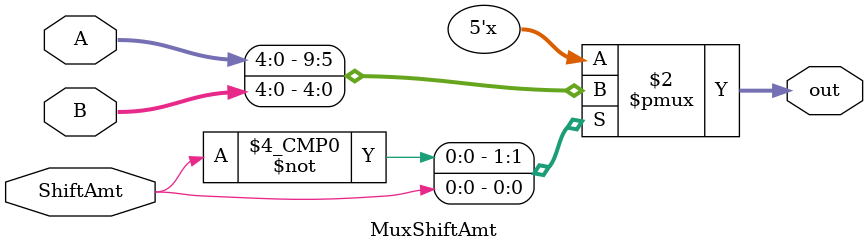
<source format=sv>
module MuxShiftAmt(A, B, out, ShiftAmt);
	
	input logic [4:0] A, B;
	input logic ShiftAmt;
	output logic [4:0] out;
  
    always @(ShiftAmt)begin
      case(ShiftAmt)
            0: out = A;
            1: out = B;
        endcase
    end
endmodule
</source>
